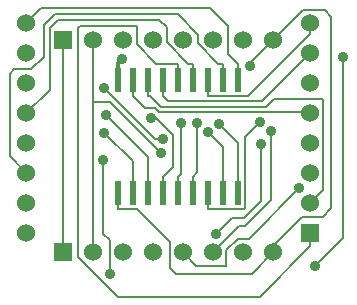
<source format=gbl>
G04 (created by PCBNEW-RS274X (2012-apr-16-27)-stable) date Mon 01 Apr 2013 09:11:56 AM PDT*
G01*
G70*
G90*
%MOIN*%
G04 Gerber Fmt 3.4, Leading zero omitted, Abs format*
%FSLAX34Y34*%
G04 APERTURE LIST*
%ADD10C,0.006000*%
%ADD11C,0.060000*%
%ADD12R,0.060000X0.060000*%
%ADD13R,0.023600X0.078700*%
%ADD14C,0.035000*%
%ADD15C,0.008000*%
%ADD16C,0.012000*%
G04 APERTURE END LIST*
G54D10*
G54D11*
X40945Y-29569D03*
X40945Y-30569D03*
X40945Y-31569D03*
X40945Y-32569D03*
X40945Y-33569D03*
X40945Y-34569D03*
X40945Y-35569D03*
X40945Y-36569D03*
G54D12*
X50394Y-36569D03*
G54D11*
X50394Y-35569D03*
X50394Y-34569D03*
X50394Y-33569D03*
X50394Y-32569D03*
X50394Y-31569D03*
X50394Y-30569D03*
X50394Y-29569D03*
G54D12*
X42169Y-30118D03*
G54D11*
X43169Y-30118D03*
X44169Y-30118D03*
X45169Y-30118D03*
X46169Y-30118D03*
X47169Y-30118D03*
X48169Y-30118D03*
X49169Y-30118D03*
G54D12*
X42169Y-37205D03*
G54D11*
X43169Y-37205D03*
X44169Y-37205D03*
X45169Y-37205D03*
X46169Y-37205D03*
X47169Y-37205D03*
X48169Y-37205D03*
X49169Y-37205D03*
G54D13*
X47984Y-35240D03*
X47484Y-35240D03*
X46984Y-35240D03*
X46484Y-35240D03*
X45984Y-35240D03*
X45484Y-35240D03*
X44984Y-35240D03*
X44484Y-35240D03*
X43984Y-35240D03*
X47984Y-31452D03*
X47484Y-31452D03*
X46984Y-31452D03*
X46484Y-31452D03*
X45984Y-31452D03*
X45484Y-31452D03*
X44984Y-31452D03*
X44484Y-31452D03*
X43984Y-31452D03*
G54D14*
X48400Y-30993D03*
X43543Y-31734D03*
X45483Y-33425D03*
X45418Y-33886D03*
X43725Y-37925D03*
X43515Y-34130D03*
X49087Y-33165D03*
X46102Y-32902D03*
X45092Y-32733D03*
X43590Y-32626D03*
X47366Y-32944D03*
X43536Y-33220D03*
X46986Y-33210D03*
X46648Y-32888D03*
X48736Y-32875D03*
X51511Y-30708D03*
X50574Y-37669D03*
X47270Y-36597D03*
X48764Y-33601D03*
X50044Y-35069D03*
X44129Y-30774D03*
G54D15*
X51113Y-35718D02*
X51113Y-29351D01*
X50163Y-29124D02*
X49169Y-30118D01*
X50886Y-29124D02*
X50163Y-29124D01*
X51113Y-29351D02*
X50886Y-29124D01*
X49169Y-37205D02*
X49169Y-36992D01*
X49169Y-30118D02*
X48400Y-30887D01*
X48400Y-30887D02*
X48400Y-30993D01*
X50816Y-36015D02*
X51113Y-35718D01*
X50146Y-36015D02*
X50816Y-36015D01*
X49169Y-36992D02*
X50146Y-36015D01*
X44622Y-35776D02*
X45722Y-36876D01*
X48454Y-37920D02*
X49169Y-37205D01*
X45924Y-37920D02*
X48454Y-37920D01*
X45722Y-37718D02*
X45924Y-37920D01*
X45722Y-36876D02*
X45722Y-37718D01*
X43984Y-35776D02*
X44622Y-35776D01*
X43984Y-35240D02*
X43984Y-35776D01*
X42169Y-36762D02*
X42169Y-30561D01*
X42169Y-37205D02*
X42169Y-36762D01*
X45234Y-33425D02*
X45483Y-33425D01*
X43543Y-31734D02*
X45234Y-33425D01*
X42169Y-30118D02*
X42169Y-30561D01*
X48725Y-38681D02*
X50394Y-37012D01*
X42664Y-37352D02*
X43993Y-38681D01*
X45264Y-30915D02*
X44625Y-30276D01*
X42664Y-29743D02*
X42664Y-37352D01*
X42747Y-29660D02*
X42664Y-29743D01*
X44589Y-29660D02*
X42747Y-29660D01*
X44625Y-29696D02*
X44589Y-29660D01*
X44625Y-30276D02*
X44625Y-29696D01*
X43993Y-38681D02*
X48725Y-38681D01*
X45984Y-30915D02*
X45264Y-30915D01*
X45984Y-31452D02*
X45984Y-30915D01*
X50394Y-36569D02*
X50394Y-37012D01*
X48328Y-31988D02*
X46984Y-31988D01*
X50394Y-29922D02*
X48328Y-31988D01*
X50394Y-29569D02*
X50394Y-29922D01*
X46984Y-31452D02*
X46984Y-31988D01*
X43169Y-32212D02*
X43169Y-30118D01*
X43169Y-37205D02*
X43169Y-32212D01*
X43744Y-32212D02*
X45418Y-33886D01*
X43169Y-32212D02*
X43744Y-32212D01*
X43725Y-36806D02*
X43725Y-37925D01*
X43515Y-34130D02*
X43515Y-36596D01*
X48034Y-36340D02*
X47169Y-37205D01*
X48226Y-36340D02*
X48034Y-36340D01*
X49087Y-35479D02*
X48226Y-36340D01*
X49087Y-33165D02*
X49087Y-35479D01*
X43515Y-36596D02*
X43725Y-36806D01*
X45984Y-35240D02*
X45984Y-34703D01*
X45984Y-34703D02*
X46102Y-34585D01*
X46102Y-34585D02*
X46102Y-32902D01*
X45266Y-32733D02*
X45092Y-32733D01*
X45823Y-33290D02*
X45266Y-32733D01*
X45823Y-34364D02*
X45823Y-33290D01*
X45484Y-35240D02*
X45484Y-34703D01*
X45484Y-34703D02*
X45823Y-34364D01*
X44984Y-34020D02*
X43590Y-32626D01*
X44984Y-35240D02*
X44984Y-34020D01*
X47984Y-35240D02*
X47984Y-33562D01*
X47984Y-33562D02*
X47366Y-32944D01*
X44484Y-34168D02*
X43536Y-33220D01*
X44484Y-35240D02*
X44484Y-34168D01*
X47484Y-35240D02*
X47484Y-33708D01*
X47484Y-33708D02*
X46986Y-33210D01*
X46648Y-34539D02*
X46648Y-32888D01*
X46484Y-34703D02*
X46648Y-34539D01*
X46484Y-35240D02*
X46484Y-34703D01*
X46984Y-35240D02*
X46984Y-35776D01*
X48246Y-33365D02*
X48736Y-32875D01*
X48246Y-35719D02*
X48246Y-33365D01*
X48189Y-35776D02*
X48246Y-35719D01*
X46984Y-35776D02*
X48189Y-35776D01*
X51511Y-36732D02*
X51511Y-30708D01*
X50574Y-37669D02*
X51511Y-36732D01*
X47806Y-36061D02*
X47270Y-36597D01*
X48212Y-36061D02*
X47806Y-36061D01*
X48764Y-35509D02*
X48212Y-36061D01*
X48764Y-33601D02*
X48764Y-35509D01*
X44484Y-31452D02*
X44484Y-31988D01*
X44896Y-32400D02*
X44484Y-31988D01*
X45216Y-32400D02*
X44896Y-32400D01*
X45361Y-32545D02*
X45216Y-32400D01*
X50370Y-32545D02*
X45361Y-32545D01*
X50394Y-32569D02*
X50370Y-32545D01*
X47984Y-30915D02*
X47669Y-30600D01*
X41445Y-29069D02*
X40945Y-29569D01*
X47064Y-29069D02*
X41445Y-29069D01*
X47669Y-30600D02*
X47669Y-29674D01*
X47984Y-31452D02*
X47984Y-30915D01*
X47669Y-29674D02*
X47064Y-29069D01*
X48786Y-32177D02*
X45673Y-32177D01*
X50394Y-30569D02*
X48786Y-32177D01*
X45484Y-31452D02*
X45484Y-31988D01*
X45673Y-32177D02*
X45484Y-31988D01*
X46484Y-31452D02*
X46484Y-30915D01*
X46338Y-30915D02*
X46484Y-30915D01*
X45625Y-30202D02*
X46338Y-30915D01*
X45625Y-29706D02*
X45625Y-30202D01*
X45373Y-29454D02*
X45625Y-29706D01*
X41987Y-29454D02*
X45373Y-29454D01*
X41725Y-29716D02*
X41987Y-29454D01*
X41725Y-31789D02*
X41725Y-29716D01*
X40945Y-32569D02*
X41725Y-31789D01*
X40389Y-34013D02*
X40945Y-34569D01*
X40389Y-31247D02*
X40389Y-34013D01*
X40523Y-31113D02*
X40389Y-31247D01*
X41103Y-31113D02*
X40523Y-31113D01*
X41531Y-30685D02*
X41103Y-31113D01*
X41531Y-29624D02*
X41531Y-30685D01*
X41885Y-29270D02*
X41531Y-29624D01*
X45987Y-29270D02*
X41885Y-29270D01*
X46669Y-29952D02*
X45987Y-29270D01*
X46669Y-30246D02*
X46669Y-29952D01*
X47338Y-30915D02*
X46669Y-30246D01*
X47484Y-30915D02*
X47338Y-30915D01*
X47484Y-31452D02*
X47484Y-30915D01*
X48939Y-32361D02*
X49187Y-32113D01*
X50816Y-32113D02*
X50841Y-32138D01*
X50841Y-32138D02*
X50841Y-35122D01*
X50841Y-35122D02*
X50394Y-35569D01*
X44984Y-31988D02*
X45065Y-31988D01*
X45065Y-31988D02*
X45438Y-32361D01*
X45438Y-32361D02*
X48939Y-32361D01*
X44984Y-31452D02*
X44984Y-31988D01*
X49187Y-32113D02*
X50816Y-32113D01*
X47984Y-36762D02*
X48351Y-36762D01*
X47613Y-37133D02*
X47984Y-36762D01*
X47613Y-37627D02*
X47613Y-37133D01*
X47591Y-37649D02*
X47613Y-37627D01*
X46613Y-37649D02*
X47591Y-37649D01*
X46169Y-37205D02*
X46613Y-37649D01*
X48351Y-36762D02*
X50044Y-35069D01*
G54D16*
X44008Y-30895D02*
X44129Y-30774D01*
X43984Y-31452D02*
X43984Y-30895D01*
X43984Y-30895D02*
X44008Y-30895D01*
M02*

</source>
